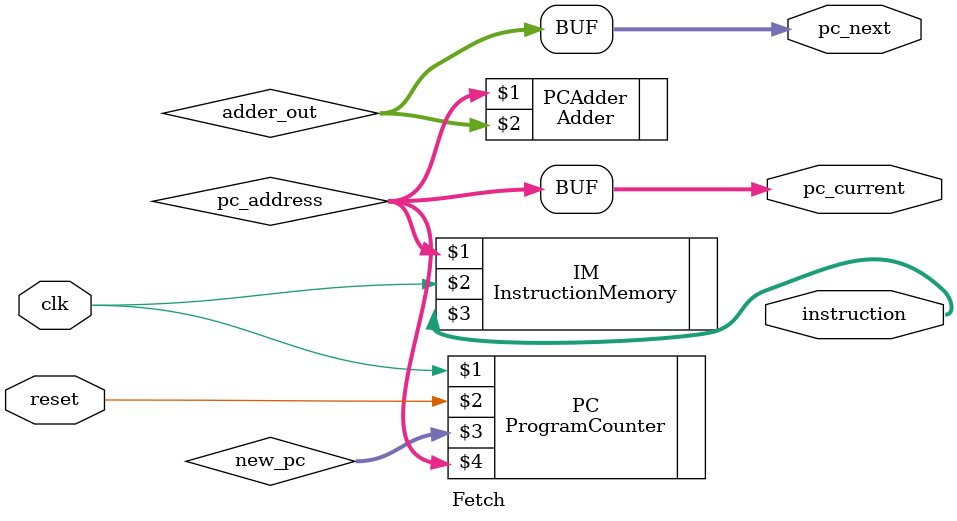
<source format=v>
`include "Adder.v"
`include "ProgramCounter.v"
`include "InstructionMemory.v"

module Fetch(
    input reset, clk,
    output [31:0] instruction, pc_next, pc_current
);
    wire [31:0] adder_out, new_pc, pc_address;

    Adder PCAdder(pc_address, adder_out); // Add 4 bit
    ProgramCounter PC(clk, reset, new_pc, pc_address); // Program Counter
    InstructionMemory IM(pc_address, clk, instruction); // Get Instruction address
    
    assign pc_current = pc_address;
    assign pc_next = adder_out;

endmodule

</source>
